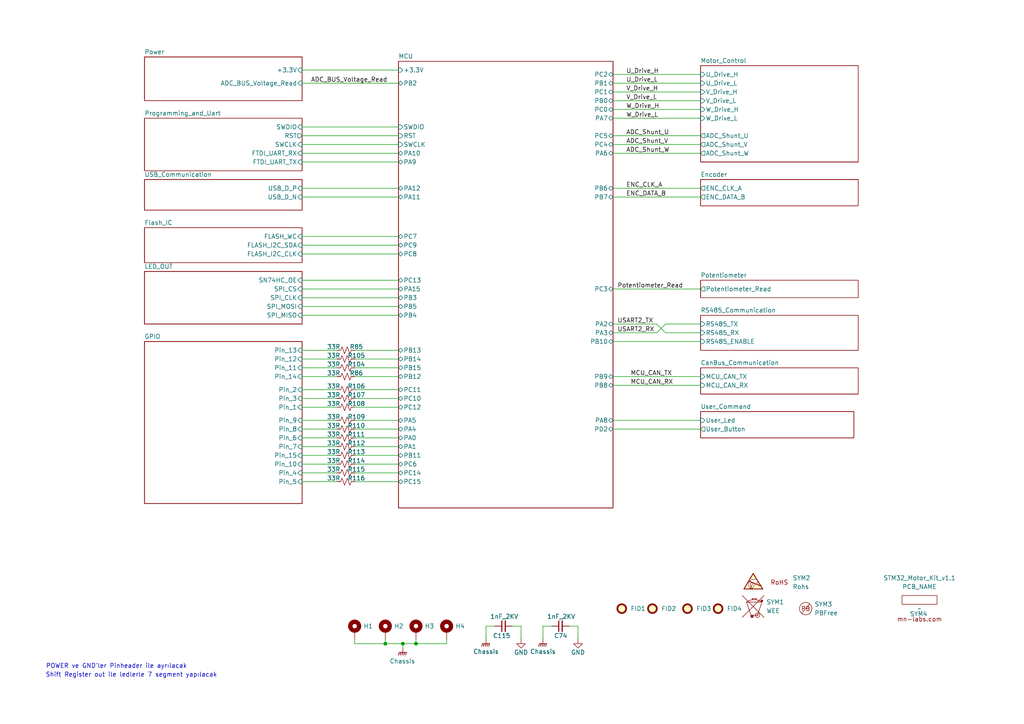
<source format=kicad_sch>
(kicad_sch (version 20231120) (generator "eeschema") (generator_version "8.0")
  (paper "A4")
  (lib_symbols
    (symbol "AKE_Capacitor:Capacitor_UnPolarised" (pin_numbers hide) (pin_names (offset 0.254) hide)
      (property "Reference" "C" (at 0.254 1.778 0))
      (property "Value" "Capacitor_UnPolarised" (at 0 -1.27 0))
      (symbol "Capacitor_UnPolarised_0_1"
        (polyline (pts (xy -1.524 -0.508) (xy 1.524 -0.508)) (stroke (width 0.3302)))
        (polyline (pts (xy -1.524 0.508) (xy 1.524 0.508)) (stroke (width 0.3048)))
      )
      (symbol "Capacitor_UnPolarised_1_1"
        (pin passive line (at 0 2.54 270) (length 2.032) (name "~") (number "1"))
        (pin passive line (at 0 -2.54 90) (length 2.032) (name "~") (number "2"))
      )
    )
    (symbol "AKE_Device:Fiducial_Point"
      (property "Reference" "FID" (at 0 5.08 0))
      (property "Value" "Fiducial_Point" (at 0 3.175 0))
      (symbol "Fiducial_Point_0_1"
        (circle (center 0 0) (radius 1.27) (stroke (width 0.508)) (fill (type background)))
      )
    )
    (symbol "AKE_Device:MountingHole_Pad" (pin_numbers hide) (pin_names (offset 1.016) hide)
      (property "Reference" "H" (at 0 6.35 0))
      (property "Value" "MountingHole_Pad" (at 0 4.445 0))
      (symbol "MountingHole_Pad_0_1"
        (circle (center 0 1.27) (radius 1.27) (stroke (width 1.27)))
      )
      (symbol "MountingHole_Pad_1_1"
        (pin input line (at 0 -2.54 90) (length 2.54) (name "1") (number "1"))
      )
    )
    (symbol "AKE_Power:Chassis" (power) (pin_names (offset 0))
      (property "Value" "Chassis" (at 0 -3.302 0))
      (symbol "Chassis_0_1"
        (polyline (pts (xy 0 -1.27) (xy 0 0)))
        (polyline (pts (xy -1.016 -1.27) (xy -1.27 -2.032) (xy -1.27 -2.032)) (stroke (width 0.2032)))
        (polyline (pts (xy -0.508 -1.27) (xy -0.762 -2.032) (xy -0.762 -2.032)) (stroke (width 0.2032)))
        (polyline (pts (xy 0 -1.27) (xy -0.254 -2.032) (xy -0.254 -2.032)) (stroke (width 0.2032)))
        (polyline (pts (xy 0.508 -1.27) (xy 0.254 -2.032) (xy 0.254 -2.032)) (stroke (width 0.2032)))
        (polyline (pts (xy 1.016 -1.27) (xy -1.016 -1.27) (xy -1.016 -1.27)) (stroke (width 0.2032)))
        (polyline (pts (xy 1.016 -1.27) (xy 0.762 -2.032) (xy 0.762 -2.032) (xy 0.762 -2.032)) (stroke (width 0.2032)))
      )
      (symbol "Chassis_1_1"
        (pin power_in line (at 0 0 270) (length 0) hide (name "Chassis") (number "1"))
      )
    )
    (symbol "AKE_Power:GND" (power) (pin_names (offset 0))
      (property "Value" "GND" (at 0 -3.81 0))
      (symbol "GND_0_1"
        (polyline (pts (xy 0 0) (xy 0 -1.27) (xy 1.27 -1.27) (xy 0 -2.54) (xy -1.27 -1.27) (xy 0 -1.27)))
      )
      (symbol "GND_1_1"
        (pin power_in line (at 0 0 270) (length 0) hide (name "GND") (number "1"))
      )
    )
    (symbol "AKE_Resistor:Resistor_US" (pin_numbers hide) (pin_names (offset 0.254) hide)
      (property "Reference" "R" (at 0.762 0.508 0))
      (property "Value" "Resistor_US" (at 0.762 -1.016 0))
      (symbol "Resistor_US_1_1"
        (polyline (pts (xy 0 0) (xy 1.016 -0.381) (xy 0 -0.762) (xy -1.016 -1.143) (xy 0 -1.524)))
        (polyline (pts (xy 0 1.524) (xy 1.016 1.143) (xy 0 0.762) (xy -1.016 0.381) (xy 0 0)))
        (pin passive line (at 0 2.54 270) (length 1.016) (name "~") (number "1"))
        (pin passive line (at 0 -2.54 90) (length 1.016) (name "~") (number "2"))
      )
    )
    (symbol "AKE_Symbol:MN_LABS" (exclude_from_sim yes) (in_bom no) (on_board no)
      (property "Reference" "SYM" (at 0 0 0))
      (symbol "MN_LABS_1_1"
        (text "mn-labs.com" (at 0 2.032 0) (effects (font (size 1.27 1.27))))
      )
    )
    (symbol "AKE_Symbol:PBFree" (pin_names (offset 1.016))
      (property "Reference" "SYM" (at 0 2.794 0))
      (property "Value" "PBFree" (at 0.254 -3.048 0))
      (symbol "PBFree_0_0"
        (polyline (pts (xy 1.143 1.397) (xy -1.143 -1.397)))
        (circle (center 0 0) (radius 1.8034))
        (text "PB" (at 0 0 0) (effects (font (size 1.27 1.27))))
      )
    )
    (symbol "AKE_Symbol:PCB_NAME" (pin_names (offset 1.016))
      (property "Reference" "SYM" (at 0 2.54 0))
      (property "Value" "PCB_NAME" (at 0 0 0))
      (symbol "PCB_NAME_0_1"
        (rectangle (start -5.08 1.27) (end 5.08 -1.27))
      )
    )
    (symbol "AKE_Symbol:Rohs" (pin_names (offset 1.016))
      (property "Reference" "SYM" (at 0.127 1.397 0))
      (property "Value" "Rohs" (at 0.254 -1.524 0))
      (symbol "Rohs_0_0"
        (text "RoHS" (at 0 0 0) (effects (font (size 1.27 1.27))))
      )
    )
    (symbol "AKE_Symbol:WEE" (pin_names (offset 1.016))
      (property "Reference" "SYM" (at 0.127 5.461 0))
      (property "Value" "WEE" (at 0.381 -2.413 0))
      (symbol "WEE_0_0"
        (polyline (pts (xy -0.635 -0.635) (xy -0.635 -1.27) (xy 0 -1.27) (xy 0 -0.635)) (fill (type outline)))
        (polyline (pts (xy 0 3.81) (xy -0.381 4.191) (xy 1.016 4.191) (xy 0.635 3.81)))
        (polyline (pts (xy -0.635 -0.635) (xy 1.27 -0.635) (xy 2.54 3.175) (xy -1.905 3.175) (xy -0.635 -0.635)))
        (circle (center 1.27 -0.635) (radius 0.127))
        (circle (center 1.27 -0.635) (radius 0.635))
        (arc (start 2.5146 3.175) (mid 0.2944 3.8683) (end -1.9304 3.175))
        (circle (center 2.54 3.556) (radius 0.254) (fill (type outline)))
      )
      (symbol "WEE_0_1"
        (polyline (pts (xy -3.175 5.08) (xy 3.175 -1.27)))
        (polyline (pts (xy 3.175 5.08) (xy -3.175 -1.27)))
      )
    )
    (symbol "Graphic:SYM_ESD_Small" (in_bom no) (on_board no)
      (symbol "SYM_ESD_Small_0_0"
        (polyline (pts (xy -1.27 0.381) (xy 2.159 -1.016)) (stroke (width 0.254)))
        (polyline (pts (xy -2.667 -1.905) (xy 2.794 -1.905) (xy 0 2.54) (xy -2.667 -1.905)) (stroke (width 0.254)))
        (polyline (pts (xy 2.7432 -1.905) (xy 2.7178 -1.8796) (xy 2.6162 -1.6764) (xy 2.5654 -1.6002) (xy 2.4892 -1.4986) (xy 2.4384 -1.3716) (xy 1.7526 -0.2286) (xy 1.7018 -0.127) (xy 1.6256 -0.0508) (xy 1.6002 0.0508) (xy 1.5494 0.1016) (xy 1.4986 0.2032) (xy 1.4732 0.2286) (xy 1.4732 0.2032) (xy 1.4478 0.2032) (xy 1.3208 0.0762) (xy 1.2954 0.0254) (xy 1.2954 -0.0254) (xy 1.27 -0.0762) (xy 1.2446 -0.1524) (xy 1.143 -0.254) (xy 1.0922 -0.3302) (xy 1.0414 -0.3556) (xy 0.9144 -0.4826) (xy 0.762 -0.5842) (xy 0.6604 -0.6604) (xy 0.508 -0.762) (xy 0.4572 -0.8128) (xy 0.3556 -0.8636) (xy 0.3048 -0.9144) (xy 0.2286 -0.9652) (xy 0.0762 -1.1938) (xy 0.0254 -1.2954) (xy -0.0254 -1.4224) (xy -0.0508 -1.4986) (xy -0.1016 -1.5748) (xy -0.127 -1.651) (xy -0.1778 -1.6764) (xy -0.2032 -1.7272) (xy -0.254 -1.7526) (xy -0.4064 -1.7526) (xy -0.4064 -1.7272) (xy -0.4572 -1.7018) (xy -0.4826 -1.6256) (xy -0.508 -1.524) (xy -0.508 -1.0922) (xy -0.4572 -0.889) (xy -0.4064 -0.8128) (xy -0.254 -0.6604) (xy -0.2032 -0.5842) (xy -0.127 -0.5334) (xy -0.1016 -0.4826) (xy -0.0762 -0.4064) (xy -0.0508 -0.3556) (xy -0.0254 -0.3302) (xy -0.0254 -0.2794) (xy 0 -0.2286) (xy -0.0762 -0.1524) (xy -0.127 -0.127) (xy -0.1524 -0.0762) (xy -0.2032 -0.0508) (xy -0.2286 -0.0254) (xy -0.254 -0.0254) (xy -0.3048 -0.0762) (xy -0.3556 -0.1016) (xy -0.4318 -0.127) (xy -0.4826 -0.1524) (xy -0.5588 -0.2286) (xy -0.6096 -0.254) (xy -0.8382 -0.4826) (xy -0.8128 -0.5588) (xy -0.7874 -0.5842) (xy -0.7874 -0.8636) (xy -0.8128 -0.889) (xy -0.8128 -0.9652) (xy -0.762 -1.016) (xy -0.762 -1.0414) (xy -0.6604 -1.2954) (xy -0.6604 -1.5748) (xy -0.6858 -1.6002) (xy -0.6858 -1.6256) (xy -0.7366 -1.7018) (xy -0.8382 -1.7526) (xy -0.9144 -1.7526) (xy -0.9398 -1.7272) (xy -0.9652 -1.6764) (xy -1.016 -1.6002) (xy -1.0414 -1.524) (xy -1.143 -1.27) (xy -1.2192 -1.0414) (xy -1.27 -0.9652) (xy -1.2954 -0.889) (xy -1.3208 -0.8382) (xy -1.3208 -0.8128) (xy -1.3716 -0.7112) (xy -1.397 -0.5842) (xy -1.397 -0.4826) (xy -1.3716 -0.381) (xy -1.3208 -0.254) (xy -1.2954 -0.2032) (xy -1.1938 -0.0508) (xy -1.0414 0.1524) (xy -0.9906 0.2032) (xy -0.9652 0.254) (xy -0.9144 0.3302) (xy -0.889 0.381) (xy -0.8636 0.381) (xy -0.8128 0.508) (xy -0.6096 0.7112) (xy -0.5334 0.7366) (xy -0.508 0.762) (xy -0.4318 0.762) (xy -0.3556 0.7874) (xy -0.2286 0.8128) (xy -0.1016 0.8128) (xy 0.0508 0.8382) (xy 0.2032 0.8382) (xy 0.3048 0.8636) (xy 0.4826 0.8636) (xy 0.5334 0.889) (xy 0.5842 0.889) (xy 0.6858 0.9398) (xy 0.7112 0.9652) (xy 0.762 0.9906) (xy 0.8128 1.0414) (xy 0.8636 1.0668) (xy 0.889 1.1176) (xy 0.9144 1.143) (xy 0.9144 1.1938) (xy 0.889 1.2192) (xy 0.8636 1.27) (xy 0.8128 1.3462) (xy 0.7112 1.5494) (xy 0.635 1.651) (xy 0.5842 1.7526) (xy 0.508 1.8796) (xy 0.4572 1.9558) (xy 0.381 2.0828) (xy 0.3048 2.1844) (xy 0.254 2.286) (xy 0.2032 2.3622) (xy 0.1778 2.4384) (xy 0.1016 2.5146) (xy 0.1016 2.54) (xy 0.0762 2.5654) (xy 0.0762 2.5908) (xy 0.0254 2.5908) (xy 0.0254 2.5654) (xy -0.0254 2.5146) (xy -0.1016 2.3622) (xy -0.254 2.1336) (xy -0.3048 2.032) (xy -0.4572 1.778) (xy -0.5588 1.6256) (xy -0.762 1.27) (xy -0.889 1.0668) (xy -1.016 0.8382) (xy -1.1684 0.6096) (xy -1.3208 0.3302) (xy -1.397 0.2032) (xy -1.524 -0.0254) (xy -1.778 -0.4318) (xy -1.8796 -0.635) (xy -2.0066 -0.8128) (xy -2.1082 -0.9906) (xy -2.2098 -1.143) (xy -2.286 -1.2954) (xy -2.4384 -1.5494) (xy -2.4892 -1.651) (xy -2.5654 -1.7526) (xy -2.5908 -1.8288) (xy -2.6162 -1.8796) (xy -2.6416 -1.905) (xy -2.6416 -1.9304) (xy 2.7432 -1.9304) (xy 2.7432 -1.905)) (stroke (width 0.127)) (fill (type background)))
      )
    )
  )
  (junction (at 120.65 186.69))
  (junction (at 111.76 186.69))
  (junction (at 116.84 186.69))
  (wire (pts (xy 116.84 186.69) (xy 111.76 186.69)))
  (wire (pts (xy 102.87 101.6) (xy 115.57 101.6)))
  (wire (pts (xy 87.63 36.83) (xy 115.57 36.83)))
  (wire (pts (xy 177.8 111.76) (xy 203.2 111.76)))
  (wire (pts (xy 193.04 93.98) (xy 190.5 96.52)))
  (wire (pts (xy 102.87 104.14) (xy 115.57 104.14)))
  (wire (pts (xy 177.8 24.13) (xy 203.2 24.13)))
  (wire (pts (xy 87.63 57.15) (xy 115.57 57.15)))
  (wire (pts (xy 129.54 186.69) (xy 120.65 186.69)))
  (wire (pts (xy 87.63 24.13) (xy 115.57 24.13)))
  (wire (pts (xy 177.8 124.46) (xy 203.2 124.46)))
  (wire (pts (xy 87.63 68.58) (xy 115.57 68.58)))
  (wire (pts (xy 102.87 121.92) (xy 115.57 121.92)))
  (wire (pts (xy 87.63 109.22) (xy 97.79 109.22)))
  (wire (pts (xy 151.13 181.61) (xy 151.13 185.42)))
  (wire (pts (xy 87.63 88.9) (xy 115.57 88.9)))
  (wire (pts (xy 87.63 46.99) (xy 115.57 46.99)))
  (wire (pts (xy 177.8 26.67) (xy 203.2 26.67)))
  (wire (pts (xy 177.8 41.91) (xy 203.2 41.91)))
  (wire (pts (xy 129.54 186.69) (xy 129.54 185.42)))
  (wire (pts (xy 177.8 39.37) (xy 203.2 39.37)))
  (wire (pts (xy 193.04 96.52) (xy 203.2 96.52)))
  (wire (pts (xy 102.87 118.11) (xy 115.57 118.11)))
  (wire (pts (xy 193.04 93.98) (xy 203.2 93.98)))
  (wire (pts (xy 177.8 34.29) (xy 203.2 34.29)))
  (wire (pts (xy 160.02 181.61) (xy 157.48 181.61)))
  (wire (pts (xy 87.63 81.28) (xy 115.57 81.28)))
  (wire (pts (xy 177.8 99.06) (xy 203.2 99.06)))
  (wire (pts (xy 177.8 96.52) (xy 190.5 96.52)))
  (wire (pts (xy 177.8 83.82) (xy 203.2 83.82)))
  (wire (pts (xy 102.87 186.69) (xy 102.87 185.42)))
  (wire (pts (xy 102.87 134.62) (xy 115.57 134.62)))
  (wire (pts (xy 87.63 41.91) (xy 115.57 41.91)))
  (wire (pts (xy 87.63 121.92) (xy 97.79 121.92)))
  (wire (pts (xy 87.63 54.61) (xy 115.57 54.61)))
  (wire (pts (xy 87.63 124.46) (xy 97.79 124.46)))
  (wire (pts (xy 102.87 124.46) (xy 115.57 124.46)))
  (wire (pts (xy 87.63 101.6) (xy 97.79 101.6)))
  (wire (pts (xy 87.63 91.44) (xy 115.57 91.44)))
  (wire (pts (xy 148.59 181.61) (xy 151.13 181.61)))
  (wire (pts (xy 87.63 44.45) (xy 115.57 44.45)))
  (wire (pts (xy 177.8 21.59) (xy 203.2 21.59)))
  (wire (pts (xy 87.63 20.32) (xy 115.57 20.32)))
  (wire (pts (xy 177.8 93.98) (xy 190.5 93.98)))
  (wire (pts (xy 102.87 115.57) (xy 115.57 115.57)))
  (wire (pts (xy 177.8 29.21) (xy 203.2 29.21)))
  (wire (pts (xy 87.63 83.82) (xy 115.57 83.82)))
  (wire (pts (xy 87.63 39.37) (xy 115.57 39.37)))
  (wire (pts (xy 157.48 181.61) (xy 157.48 185.42)))
  (wire (pts (xy 177.8 31.75) (xy 203.2 31.75)))
  (wire (pts (xy 87.63 73.66) (xy 115.57 73.66)))
  (wire (pts (xy 87.63 139.7) (xy 97.79 139.7)))
  (wire (pts (xy 87.63 71.12) (xy 115.57 71.12)))
  (wire (pts (xy 177.8 44.45) (xy 203.2 44.45)))
  (wire (pts (xy 120.65 186.69) (xy 116.84 186.69)))
  (wire (pts (xy 177.8 121.92) (xy 203.2 121.92)))
  (wire (pts (xy 87.63 113.03) (xy 97.79 113.03)))
  (wire (pts (xy 102.87 113.03) (xy 115.57 113.03)))
  (wire (pts (xy 102.87 132.08) (xy 115.57 132.08)))
  (wire (pts (xy 102.87 129.54) (xy 115.57 129.54)))
  (wire (pts (xy 102.87 106.68) (xy 115.57 106.68)))
  (wire (pts (xy 177.8 54.61) (xy 203.2 54.61)))
  (wire (pts (xy 111.76 185.42) (xy 111.76 186.69)))
  (wire (pts (xy 87.63 127) (xy 97.79 127)))
  (wire (pts (xy 87.63 134.62) (xy 97.79 134.62)))
  (wire (pts (xy 102.87 139.7) (xy 115.57 139.7)))
  (wire (pts (xy 87.63 86.36) (xy 115.57 86.36)))
  (wire (pts (xy 87.63 106.68) (xy 97.79 106.68)))
  (wire (pts (xy 87.63 132.08) (xy 97.79 132.08)))
  (wire (pts (xy 111.76 186.69) (xy 102.87 186.69)))
  (wire (pts (xy 87.63 129.54) (xy 97.79 129.54)))
  (wire (pts (xy 190.5 93.98) (xy 193.04 96.52)))
  (wire (pts (xy 102.87 127) (xy 115.57 127)))
  (wire (pts (xy 167.64 181.61) (xy 167.64 185.42)))
  (wire (pts (xy 143.51 181.61) (xy 140.97 181.61)))
  (wire (pts (xy 177.8 109.22) (xy 203.2 109.22)))
  (wire (pts (xy 120.65 185.42) (xy 120.65 186.69)))
  (wire (pts (xy 140.97 181.61) (xy 140.97 185.42)))
  (wire (pts (xy 87.63 115.57) (xy 97.79 115.57)))
  (wire (pts (xy 165.1 181.61) (xy 167.64 181.61)))
  (wire (pts (xy 87.63 118.11) (xy 97.79 118.11)))
  (wire (pts (xy 102.87 137.16) (xy 115.57 137.16)))
  (wire (pts (xy 102.87 109.22) (xy 115.57 109.22)))
  (wire (pts (xy 87.63 104.14) (xy 97.79 104.14)))
  (wire (pts (xy 87.63 137.16) (xy 97.79 137.16)))
  (wire (pts (xy 116.84 186.69) (xy 116.84 187.96)))
  (wire (pts (xy 177.8 57.15) (xy 203.2 57.15)))
  (text "POWER ve GND'ler Pinheader ile ayrılacak" (at 33.782 193.294 0) (effects (font (size 1.27 1.27))))
  (text "Shift Register out ile ledlerle 7 segment yapılacak" (at 13.208 195.834 0) (effects (font (size 1.27 1.27)) (justify left)))
  (label "Potentiometer_Read" (at 179.0678 83.82 0))
  (label "MCU_CAN_RX" (at 182.88 111.76 0))
  (label "ADC_Shunt_V" (at 181.61 41.91 0))
  (label "MCU_CAN_TX" (at 182.88 109.22 0))
  (label "USART2_TX" (at 179.07 93.98 0))
  (label "V_Drive_H" (at 181.61 26.67 0))
  (label "W_Drive_H" (at 181.61 31.75 0))
  (label "U_Drive_L" (at 181.61 24.13 0))
  (label "U_Drive_H" (at 181.61 21.59 0))
  (label "ADC_Shunt_U" (at 181.61 39.37 0))
  (label "ADC_Shunt_W" (at 181.61 44.45 0))
  (label "USART2_RX" (at 179.07 96.52 0))
  (label "W_Drive_L" (at 181.61 34.29 0))
  (label "V_Drive_L" (at 181.61 29.21 0))
  (label "ADC_BUS_Voltage_Read" (at 90.17 24.13 0))
  (label "ENC_CLK_A" (at 181.61 54.61 0))
  (label "ENC_DATA_B" (at 181.61 57.15 0))
  (symbol (lib_id "Graphic:SYM_ESD_Small") (at 218.44 168.91 0) (unit 1) (exclude_from_sim yes) (in_bom no) (on_board no)
    (property "Reference" "#SYM1" (effects (hide yes)))
    (property "Value" "SYM_ESD_Small" (effects (hide yes)))
    (property "Footprint" "AKE_Logo:ESD-Logo_6.6x6mm_SilkScreen" (effects (hide yes)))
    (property "Description" "ESD warning/\"Do not touch\" symbol, small" (effects (hide yes)))
  )
  (symbol (lib_id "AKE_Power:Chassis") (at 157.48 185.42 0) (unit 1)
    (property "Reference" "#PWR0159" (effects (hide yes)))
    (property "Value" "Chassis" (at 157.48 188.976 0))
    (property "Description" "Power symbol creates a global label with name \"Chassis\" , power ground" (effects (hide yes)))
  )
  (symbol (lib_id "AKE_Resistor:Resistor_US") (at 100.33 127 270) (unit 1)
    (property "Reference" "R111" (at 103.378 125.984 90))
    (property "Value" "33R" (at 96.774 125.984 90))
    (property "Footprint" "AKE_Resistor_SMD:RES_0603" (effects (hide yes)))
    (property "MFG P/N" "*" (effects (hide yes)))
  )
  (symbol (lib_id "AKE_Resistor:Resistor_US") (at 100.33 139.7 270) (unit 1)
    (property "Reference" "R116" (at 103.378 138.684 90))
    (property "Value" "33R" (at 96.774 138.684 90))
    (property "Footprint" "AKE_Resistor_SMD:RES_0603" (effects (hide yes)))
    (property "MFG P/N" "*" (effects (hide yes)))
  )
  (symbol (lib_id "AKE_Symbol:WEE") (at 218.44 177.8 0) (unit 1)
    (property "Reference" "SYM1" (at 222.25 174.6249 0) (effects (justify left)))
    (property "Value" "WEE" (at 222.25 177.1649 0) (effects (justify left)))
    (property "Footprint" "AKE_Logo:WEEE-Logo_4.2x6mm_SilkScreen" (effects (hide yes)))
  )
  (symbol (lib_id "AKE_Resistor:Resistor_US") (at 100.33 118.11 270) (unit 1)
    (property "Reference" "R108" (at 103.378 117.094 90))
    (property "Value" "33R" (at 96.774 117.094 90))
    (property "Footprint" "AKE_Resistor_SMD:RES_0603" (effects (hide yes)))
    (property "MFG P/N" "*" (effects (hide yes)))
  )
  (symbol (lib_id "AKE_Power:Chassis") (at 140.97 185.42 0) (unit 1)
    (property "Reference" "#PWR0160" (effects (hide yes)))
    (property "Value" "Chassis" (at 140.97 188.976 0))
    (property "Description" "Power symbol creates a global label with name \"Chassis\" , power ground" (effects (hide yes)))
  )
  (symbol (lib_id "AKE_Resistor:Resistor_US") (at 100.33 101.6 270) (unit 1)
    (property "Reference" "R85" (at 103.378 100.584 90))
    (property "Value" "33R" (at 96.774 100.584 90))
    (property "Footprint" "AKE_Resistor_SMD:RES_0603" (effects (hide yes)))
    (property "MFG P/N" "*" (effects (hide yes)))
  )
  (symbol (lib_id "AKE_Resistor:Resistor_US") (at 100.33 124.46 270) (unit 1)
    (property "Reference" "R110" (at 103.378 123.444 90))
    (property "Value" "33R" (at 96.774 123.444 90))
    (property "Footprint" "AKE_Resistor_SMD:RES_0603" (effects (hide yes)))
    (property "MFG P/N" "*" (effects (hide yes)))
  )
  (symbol (lib_id "AKE_Capacitor:Capacitor_UnPolarised") (at 146.05 181.61 90) (unit 1)
    (property "Reference" "C115" (at 148.082 184.404 90) (effects (justify left)))
    (property "Value" "1nF_2KV" (at 150.368 178.816 90) (effects (justify left)))
    (property "Footprint" "AKE_Capacitor_SMD:CAP_1206" (effects (hide yes)))
    (property "MFG P/N" "*" (effects (hide yes)))
  )
  (symbol (lib_id "AKE_Resistor:Resistor_US") (at 100.33 113.03 270) (unit 1)
    (property "Reference" "R106" (at 103.378 112.014 90))
    (property "Value" "33R" (at 96.774 112.014 90))
    (property "Footprint" "AKE_Resistor_SMD:RES_0603" (effects (hide yes)))
    (property "MFG P/N" "*" (effects (hide yes)))
  )
  (symbol (lib_id "AKE_Device:Fiducial_Point") (at 199.39 176.53 0) (unit 1)
    (property "Reference" "FID3" (at 201.93 176.5299 0) (effects (justify left)))
    (property "Value" "Fiducial_Point" (effects (hide yes)))
    (property "Footprint" "AKE_PCB:Fiducial_1mm_Mask2mm" (effects (hide yes)))
    (property "Description" "Fiducial Marker" (effects (hide yes)))
  )
  (symbol (lib_id "AKE_Device:Fiducial_Point") (at 180.34 176.53 0) (unit 1)
    (property "Reference" "FID1" (at 182.88 176.5299 0) (effects (justify left)))
    (property "Value" "Fiducial_Point" (effects (hide yes)))
    (property "Footprint" "AKE_PCB:Fiducial_1mm_Mask2mm" (effects (hide yes)))
    (property "Description" "Fiducial Marker" (effects (hide yes)))
  )
  (symbol (lib_id "AKE_Device:MountingHole_Pad") (at 129.54 182.88 0) (unit 1)
    (property "Reference" "H4" (at 132.08 181.6099 0) (effects (justify left)))
    (property "Value" "MountingHole_Pad" (effects (hide yes)))
    (property "Footprint" "AKE_Device_TH:MountingHole_3.2mm_M3_DIN965_Pad" (effects (hide yes)))
    (property "Description" "Mounting Hole with connection" (effects (hide yes)))
  )
  (symbol (lib_id "AKE_Device:MountingHole_Pad") (at 111.76 182.88 0) (unit 1)
    (property "Reference" "H2" (at 114.3 181.6099 0) (effects (justify left)))
    (property "Value" "MountingHole_Pad" (effects (hide yes)))
    (property "Footprint" "AKE_Device_TH:MountingHole_3.2mm_M3_DIN965_Pad" (effects (hide yes)))
    (property "Description" "Mounting Hole with connection" (effects (hide yes)))
  )
  (symbol (lib_id "AKE_Device:MountingHole_Pad") (at 102.87 182.88 0) (unit 1)
    (property "Reference" "H1" (at 105.41 181.6099 0) (effects (justify left)))
    (property "Value" "MountingHole_Pad" (effects (hide yes)))
    (property "Footprint" "AKE_Device_TH:MountingHole_3.2mm_M3_DIN965_Pad" (effects (hide yes)))
    (property "Description" "Mounting Hole with connection" (effects (hide yes)))
  )
  (symbol (lib_id "AKE_Symbol:PBFree") (at 233.68 176.53 0) (unit 1)
    (property "Reference" "SYM3" (at 236.22 175.2599 0) (effects (justify left)))
    (property "Value" "PBFree" (at 236.22 177.7999 0) (effects (justify left)))
    (property "Footprint" "AKE_Logo:PBFREE_5x5mm" (effects (hide yes)))
  )
  (symbol (lib_id "AKE_Resistor:Resistor_US") (at 100.33 115.57 270) (unit 1)
    (property "Reference" "R107" (at 103.378 114.554 90))
    (property "Value" "33R" (at 96.774 114.554 90))
    (property "Footprint" "AKE_Resistor_SMD:RES_0603" (effects (hide yes)))
    (property "MFG P/N" "*" (effects (hide yes)))
  )
  (symbol (lib_id "AKE_Symbol:MN_LABS") (at 266.7 181.61 0) (unit 1) (exclude_from_sim yes) (in_bom no) (on_board no)
    (property "Reference" "SYM4" (at 266.446 178.054 0))
    (property "Value" "~" (at 266.7 176.53 0))
    (property "Footprint" "AKE_Sensor_TH:MN Lab" (effects (hide yes)))
  )
  (symbol (lib_id "AKE_Resistor:Resistor_US") (at 100.33 137.16 270) (unit 1)
    (property "Reference" "R115" (at 103.378 136.144 90))
    (property "Value" "33R" (at 96.774 136.144 90))
    (property "Footprint" "AKE_Resistor_SMD:RES_0603" (effects (hide yes)))
    (property "MFG P/N" "*" (effects (hide yes)))
  )
  (symbol (lib_id "AKE_Symbol:PCB_NAME") (at 266.7 173.99 0) (unit 1)
    (property "Reference" "STM32_Motor_Kit_v1.1" (at 266.7 167.64 0))
    (property "Value" "PCB_NAME" (at 266.7 170.18 0))
    (property "Footprint" "AKE_Logo:PCB_NAME" (effects (hide yes)))
  )
  (symbol (lib_id "AKE_Device:Fiducial_Point") (at 189.23 176.53 0) (unit 1)
    (property "Reference" "FID2" (at 191.77 176.5299 0) (effects (justify left)))
    (property "Value" "Fiducial_Point" (effects (hide yes)))
    (property "Footprint" "AKE_PCB:Fiducial_1mm_Mask2mm" (effects (hide yes)))
    (property "Description" "Fiducial Marker" (effects (hide yes)))
  )
  (symbol (lib_id "AKE_Capacitor:Capacitor_UnPolarised") (at 162.56 181.61 90) (unit 1)
    (property "Reference" "C74" (at 164.592 184.404 90) (effects (justify left)))
    (property "Value" "1nF_2KV" (at 166.878 178.816 90) (effects (justify left)))
    (property "Footprint" "AKE_Capacitor_SMD:CAP_1206" (effects (hide yes)))
    (property "MFG P/N" "*" (effects (hide yes)))
  )
  (symbol (lib_id "AKE_Device:Fiducial_Point") (at 208.28 176.53 0) (unit 1)
    (property "Reference" "FID4" (at 210.82 176.5299 0) (effects (justify left)))
    (property "Value" "Fiducial_Point" (effects (hide yes)))
    (property "Footprint" "AKE_PCB:Fiducial_1mm_Mask2mm" (effects (hide yes)))
    (property "Description" "Fiducial Marker" (effects (hide yes)))
  )
  (symbol (lib_id "AKE_Resistor:Resistor_US") (at 100.33 121.92 270) (unit 1)
    (property "Reference" "R109" (at 103.378 120.904 90))
    (property "Value" "33R" (at 96.774 120.904 90))
    (property "Footprint" "AKE_Resistor_SMD:RES_0603" (effects (hide yes)))
    (property "MFG P/N" "*" (effects (hide yes)))
  )
  (symbol (lib_id "AKE_Device:MountingHole_Pad") (at 120.65 182.88 0) (unit 1)
    (property "Reference" "H3" (at 123.19 181.6099 0) (effects (justify left)))
    (property "Value" "MountingHole_Pad" (effects (hide yes)))
    (property "Footprint" "AKE_Device_TH:MountingHole_3.2mm_M3_DIN965_Pad" (effects (hide yes)))
    (property "Description" "Mounting Hole with connection" (effects (hide yes)))
  )
  (symbol (lib_id "AKE_Resistor:Resistor_US") (at 100.33 132.08 270) (unit 1)
    (property "Reference" "R113" (at 103.378 131.064 90))
    (property "Value" "33R" (at 96.774 131.064 90))
    (property "Footprint" "AKE_Resistor_SMD:RES_0603" (effects (hide yes)))
    (property "MFG P/N" "*" (effects (hide yes)))
  )
  (symbol (lib_id "AKE_Power:GND") (at 151.13 185.42 0) (mirror y) (unit 1)
    (property "Reference" "#PWR0161" (effects (hide yes)))
    (property "Value" "GND" (at 151.13 189.23 0))
  )
  (symbol (lib_id "AKE_Resistor:Resistor_US") (at 100.33 104.14 270) (unit 1)
    (property "Reference" "R105" (at 103.378 103.124 90))
    (property "Value" "33R" (at 96.774 103.124 90))
    (property "Footprint" "AKE_Resistor_SMD:RES_0603" (effects (hide yes)))
    (property "MFG P/N" "*" (effects (hide yes)))
  )
  (symbol (lib_id "AKE_Power:GND") (at 167.64 185.42 0) (mirror y) (unit 1)
    (property "Reference" "#PWR0158" (effects (hide yes)))
    (property "Value" "GND" (at 167.64 189.23 0))
  )
  (symbol (lib_id "AKE_Symbol:Rohs") (at 226.06 168.91 0) (unit 1)
    (property "Reference" "SYM2" (at 229.87 167.6399 0) (effects (justify left)))
    (property "Value" "Rohs" (at 229.87 170.1799 0) (effects (justify left)))
    (property "Footprint" "AKE_Logo:ROHS_LOGO" (effects (hide yes)))
  )
  (symbol (lib_id "AKE_Resistor:Resistor_US") (at 100.33 106.68 270) (unit 1)
    (property "Reference" "R104" (at 103.378 105.664 90))
    (property "Value" "33R" (at 96.774 105.664 90))
    (property "Footprint" "AKE_Resistor_SMD:RES_0603" (effects (hide yes)))
    (property "MFG P/N" "*" (effects (hide yes)))
  )
  (symbol (lib_id "AKE_Resistor:Resistor_US") (at 100.33 109.22 270) (unit 1)
    (property "Reference" "R86" (at 103.378 108.204 90))
    (property "Value" "33R" (at 96.774 108.204 90))
    (property "Footprint" "AKE_Resistor_SMD:RES_0603" (effects (hide yes)))
    (property "MFG P/N" "*" (effects (hide yes)))
  )
  (symbol (lib_id "AKE_Power:Chassis") (at 116.84 187.96 0) (unit 1)
    (property "Reference" "#PWR0153" (effects (hide yes)))
    (property "Value" "Chassis" (at 116.713 191.77 0))
    (property "Description" "Power symbol creates a global label with name \"Chassis\" , power ground" (effects (hide yes)))
  )
  (symbol (lib_id "AKE_Resistor:Resistor_US") (at 100.33 129.54 270) (unit 1)
    (property "Reference" "R112" (at 103.378 128.524 90))
    (property "Value" "33R" (at 96.774 128.524 90))
    (property "Footprint" "AKE_Resistor_SMD:RES_0603" (effects (hide yes)))
    (property "MFG P/N" "*" (effects (hide yes)))
  )
  (symbol (lib_id "AKE_Resistor:Resistor_US") (at 100.33 134.62 270) (unit 1)
    (property "Reference" "R114" (at 103.378 133.604 90))
    (property "Value" "33R" (at 96.774 133.604 90))
    (property "Footprint" "AKE_Resistor_SMD:RES_0603" (effects (hide yes)))
    (property "MFG P/N" "*" (effects (hide yes)))
  )
  (sheet (at 203.2 81.28) (size 45.72 5.08) (stroke (width 0.1524))
    (property "Sheetname" "Potentiometer" (at 203.2 80.5684 0) (effects (justify left bottom)))
    (property "Sheetfile" "Potentiometer.kicad_sch" (effects (hide yes)))
    (pin "Potentiometer_Read" output (at 203.2 83.82 180))
  )
  (sheet (at 41.91 52.07) (size 45.72 8.89) (stroke (width 0.1524))
    (property "Sheetname" "USB_Communication" (at 41.91 51.3584 0) (effects (justify left bottom)))
    (property "Sheetfile" "USB_Communication.kicad_sch" (effects (hide yes)))
    (pin "USB_D_P" input (at 87.63 54.61 0))
    (pin "USB_D_N" input (at 87.63 57.15 0))
  )
  (sheet (at 41.91 16.51) (size 45.72 12.7) (stroke (width 0.1524))
    (property "Sheetname" "Power" (at 41.91 15.7984 0) (effects (justify left bottom)))
    (property "Sheetfile" "Power.kicad_sch" (effects (hide yes)))
    (pin "+3.3V" input (at 87.63 20.32 0))
    (pin "ADC_BUS_Voltage_Read" input (at 87.63 24.13 0))
  )
  (sheet (at 41.91 78.74) (size 45.72 15.24) (stroke (width 0.1524))
    (property "Sheetname" "LED_OUT" (at 41.91 78.0284 0) (effects (justify left bottom)))
    (property "Sheetfile" "LED_OUT.kicad_sch" (effects (hide yes)))
    (pin "SPI_CS" input (at 87.63 83.82 0))
    (pin "SN74HC_OE" input (at 87.63 81.28 0))
    (pin "SPI_MOSI" input (at 87.63 88.9 0))
    (pin "SPI_CLK" input (at 87.63 86.36 0))
    (pin "SPI_MISO" input (at 87.63 91.44 0))
  )
  (sheet (at 203.2 106.68) (size 45.72 7.62) (stroke (width 0.1524))
    (property "Sheetname" "CanBus_Communication" (at 203.2 105.9684 0) (effects (justify left bottom)))
    (property "Sheetfile" "CanBus_Communication.kicad_sch" (effects (hide yes)))
    (pin "MCU_CAN_TX" input (at 203.2 109.22 180))
    (pin "MCU_CAN_RX" input (at 203.2 111.76 180))
  )
  (sheet (at 203.2 19.05) (size 45.72 27.94) (stroke (width 0.1524))
    (property "Sheetname" "Motor_Control" (at 203.2 18.3384 0) (effects (justify left bottom)))
    (property "Sheetfile" "Motor_Control.kicad_sch" (effects (hide yes)))
    (pin "W_Drive_L" input (at 203.2 34.29 180))
    (pin "W_Drive_H" input (at 203.2 31.75 180))
    (pin "ADC_Shunt_U" output (at 203.2 39.37 180))
    (pin "ADC_Shunt_W" output (at 203.2 44.45 180))
    (pin "ADC_Shunt_V" output (at 203.2 41.91 180))
    (pin "U_Drive_H" input (at 203.2 21.59 180))
    (pin "U_Drive_L" input (at 203.2 24.13 180))
    (pin "V_Drive_H" input (at 203.2 26.67 180))
    (pin "V_Drive_L" input (at 203.2 29.21 180))
  )
  (sheet (at 203.2 52.07) (size 45.72 7.62) (stroke (width 0.1524))
    (property "Sheetname" "Encoder" (at 203.2 51.3584 0) (effects (justify left bottom)))
    (property "Sheetfile" "Encoder.kicad_sch" (effects (hide yes)))
    (pin "ENC_DATA_B" output (at 203.2 57.15 180))
    (pin "ENC_CLK_A" output (at 203.2 54.61 180))
  )
  (sheet (at 41.91 99.06) (size 45.72 46.99) (stroke (width 0.1524))
    (property "Sheetname" "GPIO" (at 41.91 98.3484 0) (effects (justify left bottom)))
    (property "Sheetfile" "GPIO.kicad_sch" (effects (hide yes)))
    (pin "Pin_10" input (at 87.63 134.62 0))
    (pin "Pin_14" input (at 87.63 109.22 0))
    (pin "Pin_12" input (at 87.63 104.14 0))
    (pin "Pin_1" input (at 87.63 118.11 0))
    (pin "Pin_3" input (at 87.63 115.57 0))
    (pin "Pin_5" input (at 87.63 139.7 0))
    (pin "Pin_7" input (at 87.63 129.54 0))
    (pin "Pin_13" input (at 87.63 101.6 0))
    (pin "Pin_15" input (at 87.63 132.08 0))
    (pin "Pin_9" input (at 87.63 121.92 0))
    (pin "Pin_11" input (at 87.63 106.68 0))
    (pin "Pin_8" input (at 87.63 124.46 0))
    (pin "Pin_4" input (at 87.63 137.16 0))
    (pin "Pin_2" input (at 87.63 113.03 0))
    (pin "Pin_6" input (at 87.63 127 0))
  )
  (sheet (at 203.2 119.38) (size 44.45 7.62) (stroke (width 0.1524))
    (property "Sheetname" "User_Command" (at 203.2 118.6684 0) (effects (justify left bottom)))
    (property "Sheetfile" "User_Command.kicad_sch" (effects (hide yes)))
    (pin "User_Led" input (at 203.2 121.92 180))
    (pin "User_Button" output (at 203.2 124.46 180))
  )
  (sheet (at 203.2 91.44) (size 45.72 10.16) (stroke (width 0.1524))
    (property "Sheetname" "RS485_Communication" (at 203.2 90.7284 0) (effects (justify left bottom)))
    (property "Sheetfile" "RS485_Communication.kicad_sch" (effects (hide yes)))
    (pin "RS485_TX" input (at 203.2 93.98 180))
    (pin "RS485_RX" input (at 203.2 96.52 180))
    (pin "RS485_ENABLE" input (at 203.2 99.06 180))
  )
  (sheet (at 41.91 66.04) (size 45.72 10.16) (stroke (width 0.1524))
    (property "Sheetname" "Flash_IC" (at 41.91 65.3284 0) (effects (justify left bottom)))
    (property "Sheetfile" "Flash_IC.kicad_sch" (effects (hide yes)))
    (pin "FLASH_WC" input (at 87.63 68.58 0))
    (pin "FLASH_I2C_SDA" input (at 87.63 71.12 0))
    (pin "FLASH_I2C_CLK" input (at 87.63 73.66 0))
  )
  (sheet (at 41.91 34.29) (size 45.72 15.24) (stroke (width 0.1524))
    (property "Sheetname" "Programming_and_Uart" (at 41.91 33.5784 0) (effects (justify left bottom)))
    (property "Sheetfile" "Programming_and_Uart.kicad_sch" (effects (hide yes)))
    (pin "SWDIO" input (at 87.63 36.83 0))
    (pin "RST" output (at 87.63 39.37 0))
    (pin "SWCLK" input (at 87.63 41.91 0))
    (pin "FTDI_UART_RX" input (at 87.63 44.45 0))
    (pin "FTDI_UART_TX" input (at 87.63 46.99 0))
  )
  (sheet (at 115.57 17.78) (size 62.23 129.54) (stroke (width 0.1524))
    (property "Sheetname" "MCU" (at 115.57 17.0684 0) (effects (justify left bottom)))
    (property "Sheetfile" "MCU.kicad_sch" (effects (hide yes)))
    (pin "PD2" bidirectional (at 177.8 124.46 0))
    (pin "PA8" bidirectional (at 177.8 121.92 0))
    (pin "PA11" bidirectional (at 115.57 57.15 180))
    (pin "PA9" bidirectional (at 115.57 46.99 180))
    (pin "PA10" bidirectional (at 115.57 44.45 180))
    (pin "PB2" bidirectional (at 115.57 24.13 180))
    (pin "PB5" bidirectional (at 115.57 88.9 180))
    (pin "PB6" bidirectional (at 177.8 54.61 0))
    (pin "PB3" bidirectional (at 115.57 86.36 180))
    (pin "PB0" bidirectional (at 177.8 29.21 0))
    (pin "PB10" bidirectional (at 177.8 99.06 0))
    (pin "PB14" bidirectional (at 115.57 104.14 180))
    (pin "PB13" bidirectional (at 115.57 101.6 180))
    (pin "PB11" bidirectional (at 115.57 132.08 180))
    (pin "PB9" bidirectional (at 177.8 109.22 0))
    (pin "PB12" bidirectional (at 115.57 109.22 180))
    (pin "PA6" bidirectional (at 177.8 44.45 0))
    (pin "PA4" bidirectional (at 115.57 124.46 180))
    (pin "PA7" bidirectional (at 177.8 34.29 0))
    (pin "PA1" bidirectional (at 115.57 129.54 180))
    (pin "PA5" bidirectional (at 115.57 121.92 180))
    (pin "PA2" bidirectional (at 177.8 93.98 0))
    (pin "PB15" bidirectional (at 115.57 106.68 180))
    (pin "PB4" bidirectional (at 115.57 91.44 180))
    (pin "PB1" bidirectional (at 177.8 24.13 0))
    (pin "PB7" bidirectional (at 177.8 57.15 0))
    (pin "RST" input (at 115.57 39.37 180))
    (pin "PA12" bidirectional (at 115.57 54.61 180))
    (pin "PA15" bidirectional (at 115.57 83.82 180))
    (pin "SWCLK" input (at 115.57 41.91 180))
    (pin "SWDIO" input (at 115.57 36.83 180))
    (pin "PA3" bidirectional (at 177.8 96.52 0))
    (pin "+3.3V" input (at 115.57 20.32 180))
    (pin "PC9" bidirectional (at 115.57 71.12 180))
    (pin "PC8" bidirectional (at 115.57 73.66 180))
    (pin "PC7" bidirectional (at 115.57 68.58 180))
    (pin "PC6" bidirectional (at 115.57 134.62 180))
    (pin "PC5" bidirectional (at 177.8 39.37 0))
    (pin "PC3" bidirectional (at 177.8 83.82 0))
    (pin "PC4" bidirectional (at 177.8 41.91 0))
    (pin "PC1" bidirectional (at 177.8 26.67 0))
    (pin "PC2" bidirectional (at 177.8 21.59 0))
    (pin "PC10" bidirectional (at 115.57 115.57 180))
    (pin "PC11" bidirectional (at 115.57 113.03 180))
    (pin "PC12" bidirectional (at 115.57 118.11 180))
    (pin "PC15" bidirectional (at 115.57 139.7 180))
    (pin "PC13" bidirectional (at 115.57 81.28 180))
    (pin "PC14" bidirectional (at 115.57 137.16 180))
    (pin "PC0" bidirectional (at 177.8 31.75 0))
    (pin "PA0" bidirectional (at 115.57 127 180))
    (pin "PB8" bidirectional (at 177.8 111.76 0))
  )
)
</source>
